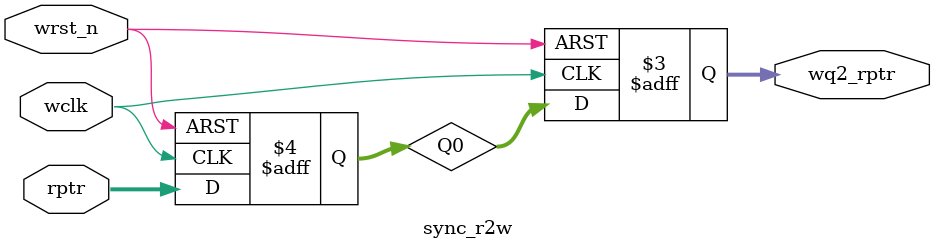
<source format=v>
`timescale 1ns/1ps


module sync_r2w(input wclk, wrst_n, input [3:0] rptr,
                output reg [3:0] wq2_rptr );
                
                reg [3:0] Q0;
                
                always@(posedge wclk or negedge wrst_n) begin
                    if(~wrst_n) begin
                        Q0 <= 4'b0;
                        wq2_rptr <= 4'b0;
                        end
                    else
                        begin
                            Q0 <= rptr;
                            wq2_rptr <= Q0; 
                        end
                end
                
                
endmodule
</source>
